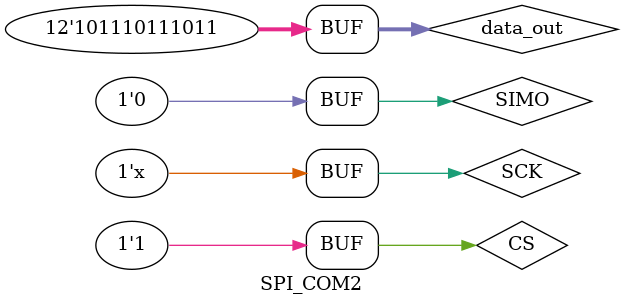
<source format=v>
`timescale 1ns / 1ps


module SPI_COM2;

	// Inputs
	reg SCK;
	reg SIMO;
	reg CS;
	reg [11:0] data_out;

	// Outputs
	wire SOMI;
	wire [11:0] data_in;

	// Instantiate the Unit Under Test (UUT)
	SPI_COM uut (
		.SCK(SCK), 
		.SIMO(SIMO), 
		.SOMI(SOMI), 
		.CS(CS), 
		.data_in(data_in), 
		.data_out(data_out)
	);

	initial begin
		// Initialize Inputs
		SCK = 0;
		SIMO = 0;
		CS = 1;
		data_out = 12'h bbb;

		// Wait 100 ns for global reset to finish
		#100;
        
		// Add stimulus here

	end
    always
			begin
			#10
			SCK=~SCK;
			end
	 
	 always
			begin
			#75
			CS=0;
			#240
			CS=1;
			end
endmodule


</source>
